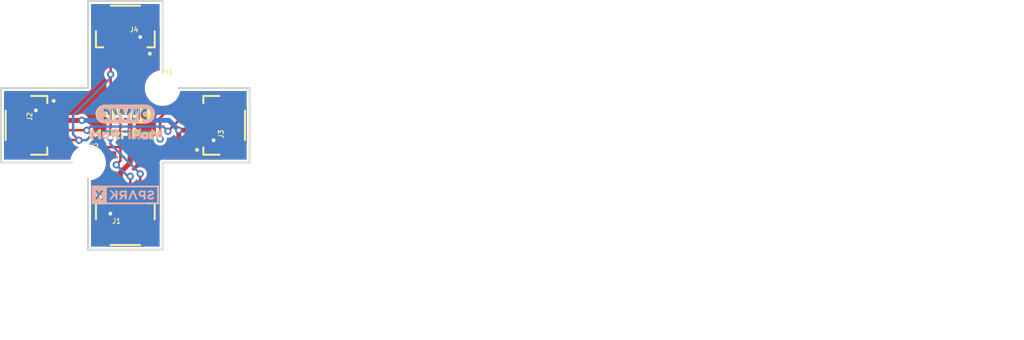
<source format=kicad_pcb>
(kicad_pcb (version 20211014) (generator pcbnew)
  (layers (0 "F.Cu" signal) (31 "B.Cu" signal) (34 "B.Paste" user) (35 "F.Paste" user) (36 "B.SilkS" user "B.Silkscreen") (37 "F.SilkS" user "F.Silkscreen") (38 "B.Mask" user) (39 "F.Mask" user) (44 "Edge.Cuts" user))
  (net 0 "")
  (net 1 "SCL")
  (net 2 "SDA")
  (net 3 "GND")
  (net 4 "3.3V")
  (footprint "eagleBoard:MULTI1" (layer "F.Cu") (at 143.9291 105.8926)
    (fp_text reference "U$4" hide)
    (fp_text value "" hide)
  )
  (footprint "eagleBoard:JST04_1MM_RA" (layer "F.Cu") (at 148.5011 97.3836 180)
    (fp_text reference "J4" (at -1.397 2.159) (layer "F.SilkS") (effects (font (size 0.512064 0.512064) (thickness 0.097536)) (justify right)))
    (fp_text value "QWIIC_RIGHT_ANGLE")
    (pad "1" smd rect (at -1.5 0 180) (size 0.6 1.35) (layers "F.Cu" "F.Paste" "F.Mask") (net 3 "GND"))
    (pad "2" smd rect (at -0.5 0 180) (size 0.6 1.35) (layers "F.Cu" "F.Paste" "F.Mask") (net 4 "3.3V"))
    (pad "3" smd rect (at 0.5 0 180) (size 0.6 1.35) (layers "F.Cu" "F.Paste" "F.Mask") (net 2 "SDA"))
    (pad "4" smd rect (at 1.5 0 180) (size 0.6 1.35) (layers "F.Cu" "F.Paste" "F.Mask") (net 1 "SCL"))
    (pad "NC1" smd rect (at 2.8 3.675 180) (size 1.2 2) (layers "F.Cu" "F.Paste" "F.Mask"))
    (pad "NC2" smd rect (at -2.8 3.675 180) (size 1.2 2) (layers "F.Cu" "F.Paste" "F.Mask"))
  )
  (footprint "eagleBoard:JST04_1MM_RA" (layer "F.Cu") (at 156.1211 105.0036 90)
    (fp_text reference "J3" (at -1.397 2.159 90) (layer "F.SilkS") (effects (font (size 0.512064 0.512064) (thickness 0.097536)) (justify left)))
    (fp_text value "QWIIC_RIGHT_ANGLE")
    (pad "1" smd rect (at -1.5 0 90) (size 0.6 1.35) (layers "F.Cu" "F.Paste" "F.Mask") (net 3 "GND"))
    (pad "2" smd rect (at -0.5 0 90) (size 0.6 1.35) (layers "F.Cu" "F.Paste" "F.Mask") (net 4 "3.3V"))
    (pad "3" smd rect (at 0.5 0 90) (size 0.6 1.35) (layers "F.Cu" "F.Paste" "F.Mask") (net 2 "SDA"))
    (pad "4" smd rect (at 1.5 0 90) (size 0.6 1.35) (layers "F.Cu" "F.Paste" "F.Mask") (net 1 "SCL"))
    (pad "NC1" smd rect (at 2.8 3.675 90) (size 1.2 2) (layers "F.Cu" "F.Paste" "F.Mask"))
    (pad "NC2" smd rect (at -2.8 3.675 90) (size 1.2 2) (layers "F.Cu" "F.Paste" "F.Mask"))
  )
  (footprint "eagleBoard:CREATIVE_COMMONS" (layer "F.Cu") (at 157.3911 126.5936)
    (fp_text reference "FRAME1" hide)
    (fp_text value "FRAME-LETTER" hide)
  )
  (footprint "eagleBoard:STAND-OFF-TIGHT" (layer "F.Cu") (at 152.3111 101.1936)
    (fp_text reference "H1" (at 0 -1.651) (layer "F.SilkS") (effects (font (size 0.512064 0.512064) (thickness 0.097536)) (justify left)))
    (fp_text value "STAND-OFFTIGHT")
    (pad "" np_thru_hole circle (at 0 0) (size 3.048 3.048) (drill 3.048) (layers *.Cu *.Mask))
  )
  (footprint "eagleBoard:PORT2" (layer "F.Cu") (at 148.2471 105.8926)
    (fp_text reference "U$5" hide)
    (fp_text value "" hide)
  )
  (footprint "eagleBoard:JST04_1MM_RA" (layer "F.Cu") (at 140.8811 105.0036 -90)
    (fp_text reference "J2" (at -1.397 2.159 90) (layer "F.SilkS") (effects (font (size 0.512064 0.512064) (thickness 0.097536)) (justify right)))
    (fp_text value "QWIIC_RIGHT_ANGLE")
    (pad "1" smd rect (at -1.5 0 270) (size 0.6 1.35) (layers "F.Cu" "F.Paste" "F.Mask") (net 3 "GND"))
    (pad "2" smd rect (at -0.5 0 270) (size 0.6 1.35) (layers "F.Cu" "F.Paste" "F.Mask") (net 4 "3.3V"))
    (pad "3" smd rect (at 0.5 0 270) (size 0.6 1.35) (layers "F.Cu" "F.Paste" "F.Mask") (net 2 "SDA"))
    (pad "4" smd rect (at 1.5 0 270) (size 0.6 1.35) (layers "F.Cu" "F.Paste" "F.Mask") (net 1 "SCL"))
    (pad "NC1" smd rect (at 2.8 3.675 270) (size 1.2 2) (layers "F.Cu" "F.Paste" "F.Mask"))
    (pad "NC2" smd rect (at -2.8 3.675 270) (size 1.2 2) (layers "F.Cu" "F.Paste" "F.Mask"))
  )
  (footprint "eagleBoard:JST04_1MM_RA" (layer "F.Cu") (at 148.5011 112.6236)
    (fp_text reference "J1" (at -1.397 2.159) (layer "F.SilkS") (effects (font (size 0.512064 0.512064) (thickness 0.097536)) (justify left)))
    (fp_text value "QWIIC_RIGHT_ANGLE")
    (pad "1" smd rect (at -1.5 0) (size 0.6 1.35) (layers "F.Cu" "F.Paste" "F.Mask") (net 3 "GND"))
    (pad "2" smd rect (at -0.5 0) (size 0.6 1.35) (layers "F.Cu" "F.Paste" "F.Mask") (net 4 "3.3V"))
    (pad "3" smd rect (at 0.5 0) (size 0.6 1.35) (layers "F.Cu" "F.Paste" "F.Mask") (net 2 "SDA"))
    (pad "4" smd rect (at 1.5 0) (size 0.6 1.35) (layers "F.Cu" "F.Paste" "F.Mask") (net 1 "SCL"))
    (pad "NC1" smd rect (at 2.8 3.675) (size 1.2 2) (layers "F.Cu" "F.Paste" "F.Mask"))
    (pad "NC2" smd rect (at -2.8 3.675) (size 1.2 2) (layers "F.Cu" "F.Paste" "F.Mask"))
  )
  (footprint "eagleBoard:STAND-OFF-TIGHT" (layer "F.Cu") (at 144.6911 108.8136)
    (fp_text reference "H2" (at 0 -1.651) (layer "F.SilkS") (effects (font (size 0.512064 0.512064) (thickness 0.097536)) (justify left)))
    (fp_text value "STAND-OFFTIGHT")
    (pad "" np_thru_hole circle (at 0 0) (size 3.048 3.048) (drill 3.048) (layers *.Cu *.Mask))
  )
  (footprint "eagleBoard:QWIIC_6MM" (layer "F.Cu") (at 148.5011 103.8606)
    (fp_text reference "U$1" hide)
    (fp_text value "" hide)
  )
  (footprint "eagleBoard:SPARKX-SMALL" (layer "B.Cu") (at 148.5011 112.1156 180)
    (fp_text reference "U$2" hide)
    (fp_text value "" hide)
  )
  (footprint "eagleBoard:PORT2" (layer "B.Cu") (at 148.7551 105.8926 180)
    (fp_text reference "U$8" hide)
    (fp_text value "" hide)
  )
  (footprint "eagleBoard:MULTI1" (layer "B.Cu") (at 153.2001 105.8926 180)
    (fp_text reference "U$7" hide)
    (fp_text value "" hide)
  )
  (footprint "eagleBoard:QWIIC_6MM" (layer "B.Cu") (at 148.5011 103.8606 180)
    (fp_text reference "U$3" hide)
    (fp_text value "" hide)
  )
  (gr_line (start 144.6911 108.8136) (end 135.8011 108.8136) (layer "Edge.Cuts") (width 0.2032))
  (gr_line (start 152.3111 117.7036) (end 152.3111 108.8136) (layer "Edge.Cuts") (width 0.2032))
  (gr_line (start 135.8011 101.1936) (end 135.8011 108.8136) (layer "Edge.Cuts") (width 0.2032))
  (gr_line (start 152.3111 92.3036) (end 152.3111 101.1936) (layer "Edge.Cuts") (width 0.2032))
  (gr_line (start 152.3111 92.3036) (end 144.6911 92.3036) (layer "Edge.Cuts") (width 0.2032))
  (gr_line (start 144.6911 101.1936) (end 135.8011 101.1936) (layer "Edge.Cuts") (width 0.2032))
  (gr_line (start 161.2011 108.8136) (end 161.2011 101.1936) (layer "Edge.Cuts") (width 0.2032))
  (gr_line (start 144.6911 117.7036) (end 144.6911 108.8136) (layer "Edge.Cuts") (width 0.2032))
  (gr_line (start 152.3111 101.1936) (end 161.2011 101.1936) (layer "Edge.Cuts") (width 0.2032))
  (gr_line (start 144.6911 117.7036) (end 152.3111 117.7036) (layer "Edge.Cuts") (width 0.2032))
  (gr_line (start 152.3111 108.8136) (end 161.2011 108.8136) (layer "Edge.Cuts") (width 0.2032))
  (gr_line (start 144.6911 92.3036) (end 144.6911 101.1936) (layer "Edge.Cuts") (width 0.2032))
  (segment (start 152.0571 104.2416) (end 152.0571 106.4006) (width 0.254) (layer "F.Cu") (net 1))
  (segment (start 152.7951 103.5036) (end 152.0571 104.2416) (width 0.254) (layer "F.Cu") (net 1))
  (segment (start 147.0011 99.7966) (end 147.0011 106.2496) (width 0.254) (layer "F.Cu") (net 1))
  (segment (start 156.1211 103.5036) (end 152.7951 103.5036) (width 0.254) (layer "F.Cu") (net 1))
  (segment (start 143.74 106.5036) (end 143.764 106.5276) (width 0.254) (layer "F.Cu") (net 1))
  (segment (start 147.0011 106.2496) (end 146.9771 106.2736) (width 0.254) (layer "F.Cu") (net 1))
  (segment (start 150.0011 112.6236) (end 150.0251 112.5996) (width 0.254) (layer "F.Cu") (net 1))
  (segment (start 147.0011 97.3836) (end 147.0011 99.7966) (width 0.254) (layer "F.Cu") (net 1))
  (segment (start 150.0251 109.9566) (end 150.0251 112.5996) (width 0.254) (layer "F.Cu") (net 1))
  (segment (start 140.8811 106.5036) (end 143.74 106.5036) (width 0.254) (layer "F.Cu") (net 1))
  (via (at 147.0011 99.7966) (size 0.7366) (drill 0.381) (layers "F.Cu" "B.Cu") (net 1))
  (via (at 146.9771 106.2736) (size 0.7366) (drill 0.381) (layers "F.Cu" "B.Cu") (net 1))
  (via (at 150.0251 109.9566) (size 0.7366) (drill 0.381) (layers "F.Cu" "B.Cu") (net 1))
  (via (at 143.764 106.5276) (size 0.7366) (drill 0.381) (layers "F.Cu" "B.Cu") (net 1))
  (via (at 152.0571 106.4006) (size 0.7366) (drill 0.381) (layers "F.Cu" "B.Cu") (net 1))
  (segment (start 145.415 105.6386) (end 144.526 106.5276) (width 0.254) (layer "B.Cu") (net 1))
  (segment (start 147.0011 99.7966) (end 147.0011 100.1536) (width 0.254) (layer "B.Cu") (net 1))
  (segment (start 146.9771 106.9086) (end 150.0251 109.9566) (width 0.254) (layer "B.Cu") (net 1))
  (segment (start 143.1671 105.9307) (end 143.1671 103.9876) (width 0.254) (layer "B.Cu") (net 1))
  (segment (start 143.764 106.5276) (end 143.1671 105.9307) (width 0.254) (layer "B.Cu") (net 1))
  (segment (start 146.9771 106.2736) (end 146.9771 106.9086) (width 0.254) (layer "B.Cu") (net 1))
  (segment (start 144.526 106.5276) (end 143.764 106.5276) (width 0.254) (layer "B.Cu") (net 1))
  (segment (start 151.2951 105.6386) (end 145.415 105.6386) (width 0.254) (layer "B.Cu") (net 1))
  (segment (start 152.0571 106.4006) (end 151.2951 105.6386) (width 0.254) (layer "B.Cu") (net 1))
  (segment (start 147.0011 100.1536) (end 143.1671 103.9876) (width 0.254) (layer "B.Cu") (net 1))
  (segment (start 148.0011 97.3836) (end 148.0011 107.2896) (width 0.254) (layer "F.Cu") (net 2))
  (segment (start 144.5641 105.5116) (end 146.2786 107.2261) (width 0.254) (layer "F.Cu") (net 2))
  (segment (start 147.9376 107.2261) (end 148.0011 107.2896) (width 0.254) (layer "F.Cu") (net 2))
  (segment (start 149.0091 110.2106) (end 149.0091 112.6156) (width 0.254) (layer "F.Cu") (net 2))
  (segment (start 144.5561 105.5036) (end 144.5641 105.5116) (width 0.254) (layer "F.Cu") (net 2))
  (segment (start 153.9541 104.5036) (end 152.851143 105.606557) (width 0.254) (layer "F.Cu") (net 2))
  (segment (start 149.0011 112.6236) (end 149.0091 112.6156) (width 0.254) (layer "F.Cu") (net 2))
  (segment (start 140.8811 105.5036) (end 144.5561 105.5036) (width 0.254) (layer "F.Cu") (net 2))
  (segment (start 148.0011 108.615688) (end 147.580643 109.036144) (width 0.254) (layer "F.Cu") (net 2))
  (segment (start 156.1211 104.5036) (end 153.9541 104.5036) (width 0.254) (layer "F.Cu") (net 2))
  (segment (start 148.0011 107.2896) (end 148.0011 108.615688) (width 0.254) (layer "F.Cu") (net 2))
  (segment (start 146.2786 107.2261) (end 147.9376 107.2261) (width 0.254) (layer "F.Cu") (net 2))
  (via (at 144.5641 105.5116) (size 0.7366) (drill 0.381) (layers "F.Cu" "B.Cu") (net 2))
  (via (at 149.0091 110.2106) (size 0.7366) (drill 0.381) (layers "F.Cu" "B.Cu") (net 2))
  (via (at 152.851143 105.606557) (size 0.7366) (drill 0.381) (layers "F.Cu" "B.Cu") (net 2))
  (via (at 147.580643 109.036144) (size 0.7366) (drill 0.381) (layers "F.Cu" "B.Cu") (net 2))
  (segment (start 148.7551 110.2106) (end 149.0091 110.2106) (width 0.254) (layer "B.Cu") (net 2))
  (segment (start 147.580643 109.036144) (end 148.7551 110.2106) (width 0.254) (layer "B.Cu") (net 2))
  (segment (start 152.375187 105.1306) (end 152.851143 105.606557) (width 0.254) (layer "B.Cu") (net 2))
  (segment (start 152.375187 105.1306) (end 144.9451 105.1306) (width 0.254) (layer "B.Cu") (net 2))
  (segment (start 144.5641 105.5116) (end 144.9451 105.1306) (width 0.254) (layer "B.Cu") (net 2))
  (via (at 150.0251 95.9866) (size 0.7366) (drill 0.381) (layers "F.Cu" "B.Cu") (net 3))
  (via (at 139.3571 103.4796) (size 0.7366) (drill 0.381) (layers "F.Cu" "B.Cu") (net 3))
  (via (at 157.5181 106.5276) (size 0.7366) (drill 0.381) (layers "F.Cu" "B.Cu") (net 3))
  (via (at 146.9771 114.0206) (size 0.7366) (drill 0.381) (layers "F.Cu" "B.Cu") (net 3))
  (segment (start 149.0011 108.8216) (end 149.0011 108.3056) (width 0.508) (layer "F.Cu") (net 4))
  (segment (start 156.1211 105.5036) (end 153.9701 105.5036) (width 0.508) (layer "F.Cu") (net 4))
  (segment (start 148.0011 109.8216) (end 149.0011 108.8216) (width 0.508) (layer "F.Cu") (net 4))
  (segment (start 151.9301 108.3056) (end 149.0011 108.3056) (width 0.508) (layer "F.Cu") (net 4))
  (segment (start 144.0481 104.5036) (end 144.0561 104.4956) (width 0.254) (layer "F.Cu") (net 4))
  (segment (start 153.9701 105.5036) (end 153.9621 105.5116) (width 0.254) (layer "F.Cu") (net 4))
  (segment (start 148.0011 112.6236) (end 148.0011 109.8216) (width 0.508) (layer "F.Cu") (net 4))
  (segment (start 149.0011 97.3836) (end 149.0011 108.3056) (width 0.508) (layer "F.Cu") (net 4))
  (segment (start 153.9621 106.2736) (end 151.9301 108.3056) (width 0.508) (layer "F.Cu") (net 4))
  (segment (start 153.9621 105.5116) (end 153.9621 106.2736) (width 0.508) (layer "F.Cu") (net 4))
  (segment (start 140.8811 104.5036) (end 144.0481 104.5036) (width 0.508) (layer "F.Cu") (net 4))
  (via (at 153.9621 105.5116) (size 0.7366) (drill 0.381) (layers "F.Cu" "B.Cu") (net 4))
  (via (at 144.0561 104.4956) (size 0.7366) (drill 0.381) (layers "F.Cu" "B.Cu") (net 4))
  (segment (start 152.9461 104.4956) (end 153.9621 105.5116) (width 0.508) (layer "B.Cu") (net 4))
  (segment (start 144.0561 104.4956) (end 152.9461 104.4956) (width 0.508) (layer "B.Cu") (net 4))
  (zone (net 3) (net_name "GND") (layer "F.Cu") (priority 6) (connect_pads (clearance 0.3048)) (min_thickness 0.1016) (fill yes (thermal_gap 0.2532) (thermal_bridge_width 0.2532))
    (polygon (pts (xy 152.4127 101.092) (xy 161.3027 101.092) (xy 161.3027 108.9152) (xy 152.4127 108.9152) (xy 152.4127 117.8052) (xy 144.5895 117.8052) (xy 144.5895 108.9152) (xy 135.6995 108.9152) (xy 135.6995 101.092) (xy 144.5895 101.092) (xy 144.5895 92.202) (xy 152.4127 92.202)))
  )
  (zone (net 3) (net_name "GND") (layer "B.Cu") (priority 6) (connect_pads (clearance 0.3048)) (min_thickness 0.1016) (fill yes (thermal_gap 0.2532) (thermal_bridge_width 0.2532))
    (polygon (pts (xy 152.4127 101.092) (xy 161.3027 101.092) (xy 161.3027 108.9152) (xy 152.4127 108.9152) (xy 152.4127 117.8052) (xy 144.5895 117.8052) (xy 144.5895 108.9152) (xy 135.6995 108.9152) (xy 135.6995 101.092) (xy 144.5895 101.092) (xy 144.5895 92.202) (xy 152.4127 92.202)))
  )
)
</source>
